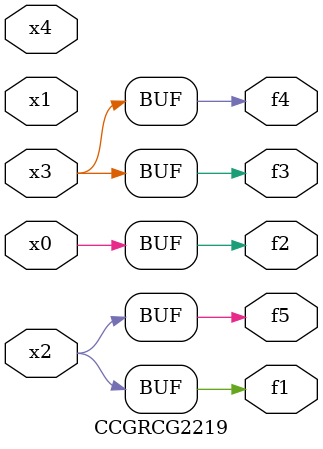
<source format=v>
module CCGRCG2219(
	input x0, x1, x2, x3, x4,
	output f1, f2, f3, f4, f5
);
	assign f1 = x2;
	assign f2 = x0;
	assign f3 = x3;
	assign f4 = x3;
	assign f5 = x2;
endmodule

</source>
